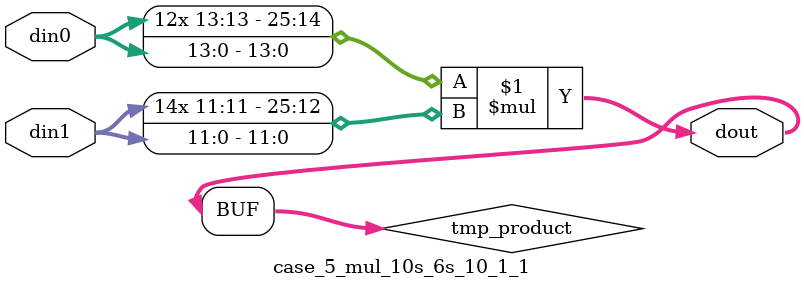
<source format=v>

`timescale 1 ns / 1 ps

 module case_5_mul_10s_6s_10_1_1(din0, din1, dout);
parameter ID = 1;
parameter NUM_STAGE = 0;
parameter din0_WIDTH = 14;
parameter din1_WIDTH = 12;
parameter dout_WIDTH = 26;

input [din0_WIDTH - 1 : 0] din0; 
input [din1_WIDTH - 1 : 0] din1; 
output [dout_WIDTH - 1 : 0] dout;

wire signed [dout_WIDTH - 1 : 0] tmp_product;



























assign tmp_product = $signed(din0) * $signed(din1);








assign dout = tmp_product;





















endmodule

</source>
